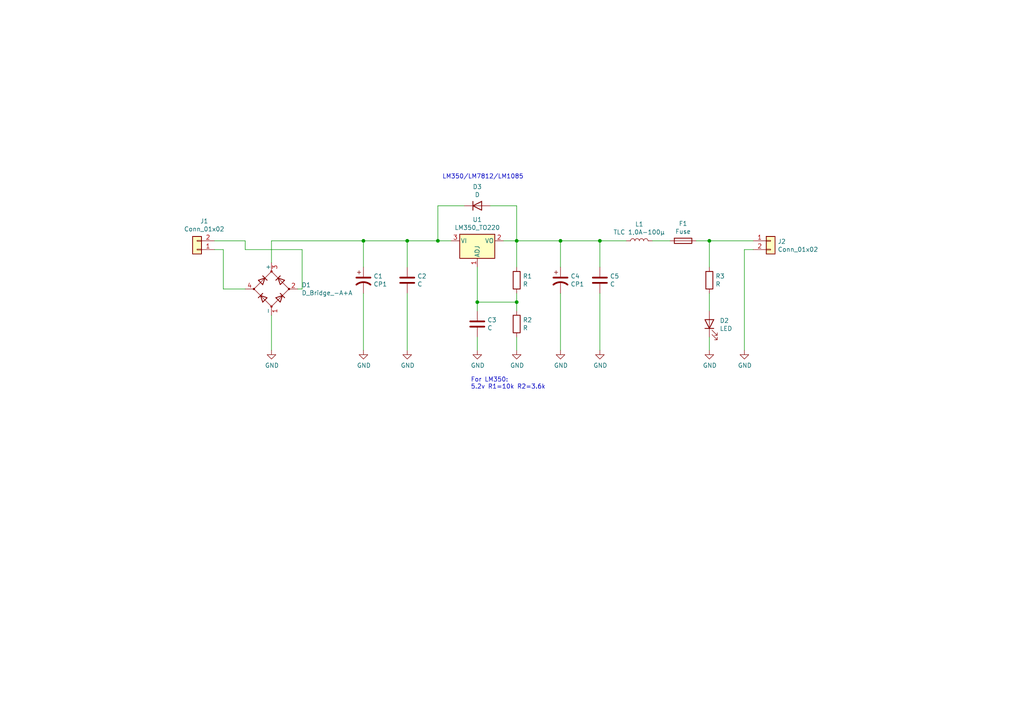
<source format=kicad_sch>
(kicad_sch (version 20211123) (generator eeschema)
  (paper "A4")
  (lib_symbols
    (symbol "Connector_Generic:Conn_01x02" (pin_names (offset 1.016) hide)
      (property "Reference" "J" (at 0 2.54 0))
      (property "Value" "Conn_01x02" (at 0 -5.08 0))
      (symbol "Conn_01x02_1_1"
        (rectangle (start -1.27 -2.413) (end 0 -2.667) (stroke (width 0.1524)))
        (rectangle (start -1.27 0.127) (end 0 -0.127) (stroke (width 0.1524)))
        (rectangle (start -1.27 1.27) (end 1.27 -3.81) (stroke (width 0.254)) (fill (type background)))
        (pin passive line (at -5.08 0 0) (length 3.81) (name "Pin_1") (number "1"))
        (pin passive line (at -5.08 -2.54 0) (length 3.81) (name "Pin_2") (number "2"))
      )
    )
    (symbol "Device:C" (pin_numbers hide) (pin_names (offset 0.254))
      (property "Reference" "C" (at 0.635 2.54 0))
      (property "Value" "C" (at 0.635 -2.54 0))
      (symbol "C_0_1"
        (polyline (pts (xy -2.032 -0.762) (xy 2.032 -0.762)) (stroke (width 0.508)))
        (polyline (pts (xy -2.032 0.762) (xy 2.032 0.762)) (stroke (width 0.508)))
      )
      (symbol "C_1_1"
        (pin passive line (at 0 3.81 270) (length 2.794) (name "~") (number "1"))
        (pin passive line (at 0 -3.81 90) (length 2.794) (name "~") (number "2"))
      )
    )
    (symbol "Device:D" (pin_numbers hide) (pin_names (offset 1.016) hide)
      (property "Reference" "D" (at 0 2.54 0))
      (property "Value" "D" (at 0 -2.54 0))
      (symbol "D_0_1"
        (polyline (pts (xy -1.27 1.27) (xy -1.27 -1.27)) (stroke (width 0.254)))
        (polyline (pts (xy 1.27 0) (xy -1.27 0)))
        (polyline (pts (xy 1.27 1.27) (xy 1.27 -1.27) (xy -1.27 0) (xy 1.27 1.27)) (stroke (width 0.254)))
      )
      (symbol "D_1_1"
        (pin passive line (at -3.81 0 0) (length 2.54) (name "K") (number "1"))
        (pin passive line (at 3.81 0 180) (length 2.54) (name "A") (number "2"))
      )
    )
    (symbol "Device:D_Bridge_-A+A" (pin_names (offset 0))
      (property "Reference" "D" (at 2.54 6.985 0))
      (property "Value" "D_Bridge_-A+A" (at 2.54 5.08 0))
      (symbol "D_Bridge_-A+A_0_1"
        (circle (center -5.08 0) (radius 0.254) (fill (type outline)))
        (circle (center 0 -5.08) (radius 0.254) (fill (type outline)))
        (polyline (pts (xy -2.54 3.81) (xy -1.27 2.54)) (stroke (width 0.254)))
        (polyline (pts (xy -1.27 -2.54) (xy -2.54 -3.81)) (stroke (width 0.254)))
        (polyline (pts (xy 2.54 -1.27) (xy 3.81 -2.54)) (stroke (width 0.254)))
        (polyline (pts (xy 2.54 1.27) (xy 3.81 2.54)) (stroke (width 0.254)))
        (polyline (pts (xy -3.81 2.54) (xy -2.54 1.27) (xy -1.905 3.175) (xy -3.81 2.54)) (stroke (width 0.254)))
        (polyline (pts (xy -2.54 -1.27) (xy -3.81 -2.54) (xy -1.905 -3.175) (xy -2.54 -1.27)) (stroke (width 0.254)))
        (polyline (pts (xy 1.27 2.54) (xy 2.54 3.81) (xy 3.175 1.905) (xy 1.27 2.54)) (stroke (width 0.254)))
        (polyline (pts (xy 3.175 -1.905) (xy 1.27 -2.54) (xy 2.54 -3.81) (xy 3.175 -1.905)) (stroke (width 0.254)))
        (polyline (pts (xy -5.08 0) (xy 0 -5.08) (xy 5.08 0) (xy 0 5.08) (xy -5.08 0)))
        (circle (center 0 5.08) (radius 0.254) (fill (type outline)))
        (circle (center 5.08 0) (radius 0.254) (fill (type outline)))
      )
      (symbol "D_Bridge_-A+A_1_1"
        (pin passive line (at -7.62 0 0) (length 2.54) (name "-") (number "1"))
        (pin passive line (at 0 -7.62 90) (length 2.54) (name "~") (number "2"))
        (pin passive line (at 7.62 0 180) (length 2.54) (name "+") (number "3"))
        (pin passive line (at 0 7.62 270) (length 2.54) (name "~") (number "4"))
      )
    )
    (symbol "Device:Fuse" (pin_numbers hide) (pin_names (offset 0))
      (property "Reference" "F" (at 2.032 0 90))
      (property "Value" "Fuse" (at -1.905 0 90))
      (symbol "Fuse_0_1"
        (rectangle (start -0.762 -2.54) (end 0.762 2.54) (stroke (width 0.254)))
        (polyline (pts (xy 0 2.54) (xy 0 -2.54)))
      )
      (symbol "Fuse_1_1"
        (pin passive line (at 0 3.81 270) (length 1.27) (name "~") (number "1"))
        (pin passive line (at 0 -3.81 90) (length 1.27) (name "~") (number "2"))
      )
    )
    (symbol "Device:L" (pin_numbers hide) (pin_names (offset 1.016) hide)
      (property "Reference" "L" (at -1.27 0 90))
      (property "Value" "L" (at 1.905 0 90))
      (symbol "L_0_1"
        (arc (start 0 -2.54) (mid 0.635 -1.905) (end 0 -1.27))
        (arc (start 0 -1.27) (mid 0.635 -0.635) (end 0 0))
        (arc (start 0 0) (mid 0.635 0.635) (end 0 1.27))
        (arc (start 0 1.27) (mid 0.635 1.905) (end 0 2.54))
      )
      (symbol "L_1_1"
        (pin passive line (at 0 3.81 270) (length 1.27) (name "1") (number "1"))
        (pin passive line (at 0 -3.81 90) (length 1.27) (name "2") (number "2"))
      )
    )
    (symbol "Device:LED" (pin_numbers hide) (pin_names (offset 1.016) hide)
      (property "Reference" "D" (at 0 2.54 0))
      (property "Value" "LED" (at 0 -2.54 0))
      (symbol "LED_0_1"
        (polyline (pts (xy -1.27 -1.27) (xy -1.27 1.27)) (stroke (width 0.254)))
        (polyline (pts (xy -1.27 0) (xy 1.27 0)))
        (polyline (pts (xy 1.27 -1.27) (xy 1.27 1.27) (xy -1.27 0) (xy 1.27 -1.27)) (stroke (width 0.254)))
        (polyline (pts (xy -3.048 -0.762) (xy -4.572 -2.286) (xy -3.81 -2.286) (xy -4.572 -2.286) (xy -4.572 -1.524)))
        (polyline (pts (xy -1.778 -0.762) (xy -3.302 -2.286) (xy -2.54 -2.286) (xy -3.302 -2.286) (xy -3.302 -1.524)))
      )
      (symbol "LED_1_1"
        (pin passive line (at -3.81 0 0) (length 2.54) (name "K") (number "1"))
        (pin passive line (at 3.81 0 180) (length 2.54) (name "A") (number "2"))
      )
    )
    (symbol "Device:R" (pin_numbers hide) (pin_names (offset 0))
      (property "Reference" "R" (at 2.032 0 90))
      (property "Value" "R" (at 0 0 90))
      (symbol "R_0_1"
        (rectangle (start -1.016 -2.54) (end 1.016 2.54) (stroke (width 0.254)))
      )
      (symbol "R_1_1"
        (pin passive line (at 0 3.81 270) (length 1.27) (name "~") (number "1"))
        (pin passive line (at 0 -3.81 90) (length 1.27) (name "~") (number "2"))
      )
    )
    (symbol "Regulator_Linear:LM350_TO220" (pin_names (offset 0.254))
      (property "Reference" "U" (at -3.81 3.175 0))
      (property "Value" "LM350_TO220" (at 0 3.175 0))
      (symbol "LM350_TO220_0_1"
        (rectangle (start -5.08 1.905) (end 5.08 -5.08) (stroke (width 0.254)) (fill (type background)))
      )
      (symbol "LM350_TO220_1_1"
        (pin input line (at 0 -7.62 90) (length 2.54) (name "ADJ") (number "1"))
        (pin power_out line (at 7.62 0 180) (length 2.54) (name "VO") (number "2"))
        (pin power_in line (at -7.62 0 0) (length 2.54) (name "VI") (number "3"))
      )
    )
    (symbol "power:GND" (power) (pin_names (offset 0))
      (property "Value" "GND" (at 0 -3.81 0))
      (symbol "GND_0_1"
        (polyline (pts (xy 0 0) (xy 0 -1.27) (xy 1.27 -1.27) (xy 0 -2.54) (xy -1.27 -1.27) (xy 0 -1.27)))
      )
      (symbol "GND_1_1"
        (pin power_in line (at 0 0 270) (length 0) hide (name "GND") (number "1"))
      )
    )
    (symbol "powersupply-rescue:CP1-Device" (pin_numbers hide) (pin_names (offset 0.254) hide)
      (property "Reference" "C" (at 0.635 2.54 0))
      (property "Value" "CP1-Device" (at 0.635 -2.54 0))
      (symbol "CP1-Device_0_1"
        (polyline (pts (xy -2.032 0.762) (xy 2.032 0.762)) (stroke (width 0.508)))
        (polyline (pts (xy -1.778 2.286) (xy -0.762 2.286)))
        (polyline (pts (xy -1.27 1.778) (xy -1.27 2.794)))
        (arc (start 2.032 -1.27) (mid 0 -0.5572) (end -2.032 -1.27) (stroke (width 0.508)))
      )
      (symbol "CP1-Device_1_1"
        (pin passive line (at 0 3.81 270) (length 2.794) (name "~") (number "1"))
        (pin passive line (at 0 -3.81 90) (length 3.302) (name "~") (number "2"))
      )
    )
  )
  (junction (at 105.41 69.85))
  (junction (at 138.43 87.63))
  (junction (at 149.86 87.63))
  (junction (at 149.86 69.85))
  (junction (at 127 69.85))
  (junction (at 162.56 69.85))
  (junction (at 173.99 69.85))
  (junction (at 118.11 69.85))
  (junction (at 205.74 69.85))
  (wire (pts (xy 127 59.69) (xy 127 69.85)))
  (wire (pts (xy 64.77 83.82) (xy 71.12 83.82)))
  (wire (pts (xy 149.86 77.47) (xy 149.86 69.85)))
  (wire (pts (xy 205.74 97.79) (xy 205.74 101.6)))
  (wire (pts (xy 173.99 77.47) (xy 173.99 69.85)))
  (wire (pts (xy 78.74 91.44) (xy 78.74 101.6)))
  (wire (pts (xy 149.86 87.63) (xy 149.86 90.17)))
  (wire (pts (xy 162.56 85.09) (xy 162.56 101.6)))
  (wire (pts (xy 162.56 69.85) (xy 173.99 69.85)))
  (wire (pts (xy 62.23 69.85) (xy 71.12 69.85)))
  (wire (pts (xy 62.23 72.39) (xy 64.77 72.39)))
  (wire (pts (xy 173.99 85.09) (xy 173.99 101.6)))
  (wire (pts (xy 138.43 97.79) (xy 138.43 101.6)))
  (wire (pts (xy 87.63 83.82) (xy 87.63 72.39)))
  (wire (pts (xy 205.74 85.09) (xy 205.74 90.17)))
  (wire (pts (xy 189.23 69.85) (xy 194.31 69.85)))
  (wire (pts (xy 64.77 72.39) (xy 64.77 83.82)))
  (wire (pts (xy 218.44 72.39) (xy 215.9 72.39)))
  (wire (pts (xy 149.86 97.79) (xy 149.86 101.6)))
  (wire (pts (xy 118.11 69.85) (xy 127 69.85)))
  (wire (pts (xy 105.41 69.85) (xy 118.11 69.85)))
  (wire (pts (xy 173.99 69.85) (xy 181.61 69.85)))
  (wire (pts (xy 78.74 76.2) (xy 78.74 69.85)))
  (wire (pts (xy 205.74 69.85) (xy 205.74 77.47)))
  (wire (pts (xy 149.86 59.69) (xy 142.24 59.69)))
  (wire (pts (xy 118.11 85.09) (xy 118.11 101.6)))
  (wire (pts (xy 162.56 77.47) (xy 162.56 69.85)))
  (wire (pts (xy 118.11 77.47) (xy 118.11 69.85)))
  (wire (pts (xy 201.93 69.85) (xy 205.74 69.85)))
  (wire (pts (xy 127 69.85) (xy 130.81 69.85)))
  (wire (pts (xy 138.43 77.47) (xy 138.43 87.63)))
  (wire (pts (xy 105.41 77.47) (xy 105.41 69.85)))
  (wire (pts (xy 215.9 72.39) (xy 215.9 101.6)))
  (wire (pts (xy 78.74 69.85) (xy 105.41 69.85)))
  (wire (pts (xy 146.05 69.85) (xy 149.86 69.85)))
  (wire (pts (xy 134.62 59.69) (xy 127 59.69)))
  (wire (pts (xy 86.36 83.82) (xy 87.63 83.82)))
  (wire (pts (xy 205.74 69.85) (xy 218.44 69.85)))
  (wire (pts (xy 71.12 69.85) (xy 71.12 72.39)))
  (wire (pts (xy 138.43 87.63) (xy 149.86 87.63)))
  (wire (pts (xy 149.86 85.09) (xy 149.86 87.63)))
  (wire (pts (xy 71.12 72.39) (xy 87.63 72.39)))
  (wire (pts (xy 105.41 85.09) (xy 105.41 101.6)))
  (wire (pts (xy 149.86 69.85) (xy 162.56 69.85)))
  (wire (pts (xy 138.43 87.63) (xy 138.43 90.17)))
  (wire (pts (xy 149.86 69.85) (xy 149.86 59.69)))
  (text "LM350/LM7812/LM1085" (at 128.27 52.07 0) (effects (font (size 1.27 1.27)) (justify left bottom)))
  (text "For LM350:\n5.2v R1=10k R2=3.6k" (at 136.525 113.03 0) (effects (font (size 1.27 1.27)) (justify left bottom)))
  (symbol (lib_id "Regulator_Linear:LM350_TO220") (at 138.43 69.85 0) (unit 1)
    (property "Reference" "U1" (at 138.43 63.7032 0))
    (property "Value" "LM350_TO220" (at 138.43 66.0146 0))
    (property "Footprint" "Package_TO_SOT_THT:TO-220-3_Vertical" (effects hide))
    (property "Datasheet" "https://www.onsemi.com/pub/Collateral/LM350-D.pdf" (effects hide))
  )
  (symbol (lib_id "Device:D_Bridge_-A+A") (at 78.74 83.82 90) (unit 1)
    (property "Reference" "D1" (at 87.4776 82.6516 90) (effects (justify right)))
    (property "Value" "D_Bridge_-A+A" (at 87.4776 84.963 90) (effects (justify right)))
    (property "Footprint" "Diode_THT:Diode_Bridge_19.0x3.5x10.0mm_P5.0mm" (effects hide))
  )
  (symbol (lib_id "powersupply-rescue:CP1-Device") (at 105.41 81.28 0) (unit 1)
    (property "Reference" "C1" (at 108.331 80.1116 0) (effects (justify left)))
    (property "Value" "CP1" (at 108.331 82.423 0) (effects (justify left)))
    (property "Footprint" "Capacitor_THT:CP_Radial_D18.0mm_P7.50mm" (effects hide))
  )
  (symbol (lib_id "Device:C") (at 118.11 81.28 0) (unit 1)
    (property "Reference" "C2" (at 121.031 80.1116 0) (effects (justify left)))
    (property "Value" "C" (at 121.031 82.423 0) (effects (justify left)))
    (property "Footprint" "Capacitor_THT:C_Disc_D5.0mm_W2.5mm_P5.00mm" (effects hide))
  )
  (symbol (lib_id "Device:R") (at 149.86 81.28 0) (unit 1)
    (property "Reference" "R1" (at 151.638 80.1116 0) (effects (justify left)))
    (property "Value" "R" (at 151.638 82.423 0) (effects (justify left)))
    (property "Footprint" "Resistor_THT:R_Axial_DIN0207_L6.3mm_D2.5mm_P7.62mm_Horizontal" (effects hide))
  )
  (symbol (lib_id "Device:R") (at 149.86 93.98 0) (unit 1)
    (property "Reference" "R2" (at 151.638 92.8116 0) (effects (justify left)))
    (property "Value" "R" (at 151.638 95.123 0) (effects (justify left)))
    (property "Footprint" "Resistor_THT:R_Axial_DIN0207_L6.3mm_D2.5mm_P7.62mm_Horizontal" (effects hide))
  )
  (symbol (lib_id "Device:C") (at 138.43 93.98 0) (unit 1)
    (property "Reference" "C3" (at 141.351 92.8116 0) (effects (justify left)))
    (property "Value" "C" (at 141.351 95.123 0) (effects (justify left)))
    (property "Footprint" "Capacitor_THT:C_Disc_D5.0mm_W2.5mm_P5.00mm" (effects hide))
  )
  (symbol (lib_id "Device:Fuse") (at 198.12 69.85 270) (unit 1)
    (property "Reference" "F1" (at 198.12 64.8462 90))
    (property "Value" "Fuse" (at 198.12 67.1576 90))
    (property "Footprint" "misc:fuse22.5" (effects hide))
  )
  (symbol (lib_id "Device:L") (at 185.42 69.85 90) (unit 1)
    (property "Reference" "L1" (at 185.42 65.024 90))
    (property "Value" "TLC 1,0A-100µ" (at 185.42 67.3354 90))
    (property "Footprint" "Inductor_THT:L_Toroid_Vertical_L19.1mm_W8.1mm_P7.10mm_Bourns_5700" (effects hide))
  )
  (symbol (lib_id "Device:LED") (at 205.74 93.98 90) (unit 1)
    (property "Reference" "D2" (at 208.7372 92.9894 90) (effects (justify right)))
    (property "Value" "LED" (at 208.7372 95.3008 90) (effects (justify right)))
    (property "Footprint" "LED_THT:LED_D5.0mm" (effects hide))
  )
  (symbol (lib_id "Device:R") (at 205.74 81.28 0) (unit 1)
    (property "Reference" "R3" (at 207.518 80.1116 0) (effects (justify left)))
    (property "Value" "R" (at 207.518 82.423 0) (effects (justify left)))
    (property "Footprint" "Resistor_THT:R_Axial_DIN0207_L6.3mm_D2.5mm_P7.62mm_Horizontal" (effects hide))
  )
  (symbol (lib_id "Device:D") (at 138.43 59.69 0) (unit 1)
    (property "Reference" "D3" (at 138.43 54.1782 0))
    (property "Value" "D" (at 138.43 56.4896 0))
    (property "Footprint" "Diode_THT:D_A-405_P10.16mm_Horizontal" (effects hide))
  )
  (symbol (lib_id "powersupply-rescue:CP1-Device") (at 162.56 81.28 0) (unit 1)
    (property "Reference" "C4" (at 165.481 80.1116 0) (effects (justify left)))
    (property "Value" "CP1" (at 165.481 82.423 0) (effects (justify left)))
    (property "Footprint" "Capacitor_THT:CP_Radial_D18.0mm_P7.50mm" (effects hide))
  )
  (symbol (lib_id "Device:C") (at 173.99 81.28 0) (unit 1)
    (property "Reference" "C5" (at 176.911 80.1116 0) (effects (justify left)))
    (property "Value" "C" (at 176.911 82.423 0) (effects (justify left)))
    (property "Footprint" "Capacitor_THT:C_Disc_D5.0mm_W2.5mm_P5.00mm" (effects hide))
  )
  (symbol (lib_id "Connector_Generic:Conn_01x02") (at 57.15 72.39 180) (unit 1)
    (property "Reference" "J1" (at 59.2328 64.135 0))
    (property "Value" "Conn_01x02" (at 59.2328 66.4464 0))
    (property "Footprint" "TerminalBlock:TerminalBlock_bornier-2_P5.08mm" (effects hide))
  )
  (symbol (lib_id "Connector_Generic:Conn_01x02") (at 223.52 69.85 0) (unit 1)
    (property "Reference" "J2" (at 225.552 70.0532 0) (effects (justify left)))
    (property "Value" "Conn_01x02" (at 225.552 72.3646 0) (effects (justify left)))
    (property "Footprint" "TerminalBlock:TerminalBlock_bornier-2_P5.08mm" (effects hide))
  )
  (symbol (lib_id "power:GND") (at 78.74 101.6 0) (unit 1)
    (property "Reference" "#PWR01" (effects hide))
    (property "Value" "GND" (at 78.867 105.9942 0))
  )
  (symbol (lib_id "power:GND") (at 105.41 101.6 0) (unit 1)
    (property "Reference" "#PWR02" (effects hide))
    (property "Value" "GND" (at 105.537 105.9942 0))
  )
  (symbol (lib_id "power:GND") (at 118.11 101.6 0) (unit 1)
    (property "Reference" "#PWR03" (effects hide))
    (property "Value" "GND" (at 118.237 105.9942 0))
  )
  (symbol (lib_id "power:GND") (at 138.43 101.6 0) (unit 1)
    (property "Reference" "#PWR04" (effects hide))
    (property "Value" "GND" (at 138.557 105.9942 0))
  )
  (symbol (lib_id "power:GND") (at 149.86 101.6 0) (unit 1)
    (property "Reference" "#PWR05" (effects hide))
    (property "Value" "GND" (at 149.987 105.9942 0))
  )
  (symbol (lib_id "power:GND") (at 162.56 101.6 0) (unit 1)
    (property "Reference" "#PWR06" (effects hide))
    (property "Value" "GND" (at 162.687 105.9942 0))
  )
  (symbol (lib_id "power:GND") (at 173.99 101.6 0) (unit 1)
    (property "Reference" "#PWR07" (effects hide))
    (property "Value" "GND" (at 174.117 105.9942 0))
  )
  (symbol (lib_id "power:GND") (at 205.74 101.6 0) (unit 1)
    (property "Reference" "#PWR08" (effects hide))
    (property "Value" "GND" (at 205.867 105.9942 0))
  )
  (symbol (lib_id "power:GND") (at 215.9 101.6 0) (unit 1)
    (property "Reference" "#PWR09" (effects hide))
    (property "Value" "GND" (at 216.027 105.9942 0))
  )
)
</source>
